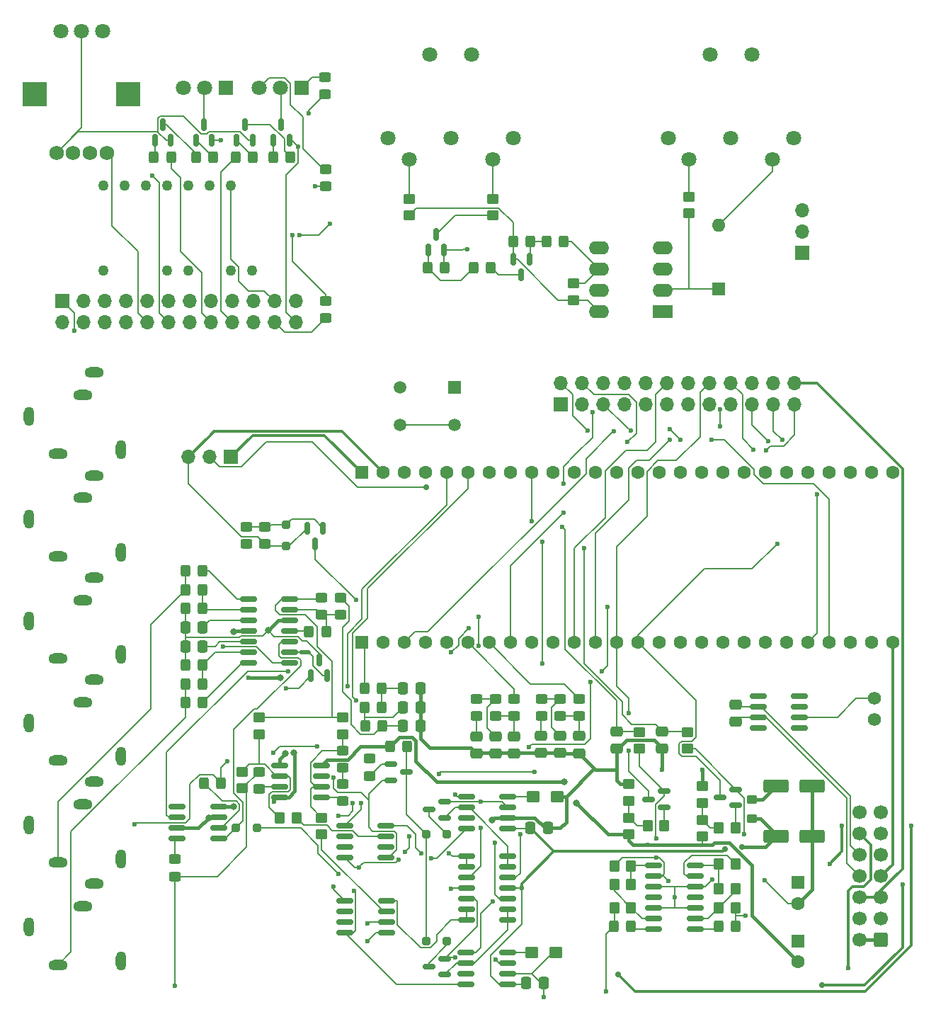
<source format=gtl>
G04 #@! TF.GenerationSoftware,KiCad,Pcbnew,9.0.0*
G04 #@! TF.CreationDate,2025-03-14T23:22:53+09:00*
G04 #@! TF.ProjectId,cv-depot,63762d64-6570-46f7-942e-6b696361645f,rev?*
G04 #@! TF.SameCoordinates,Original*
G04 #@! TF.FileFunction,Copper,L1,Top*
G04 #@! TF.FilePolarity,Positive*
%FSLAX46Y46*%
G04 Gerber Fmt 4.6, Leading zero omitted, Abs format (unit mm)*
G04 Created by KiCad (PCBNEW 9.0.0) date 2025-03-14 23:22:53*
%MOMM*%
%LPD*%
G01*
G04 APERTURE LIST*
G04 Aperture macros list*
%AMRoundRect*
0 Rectangle with rounded corners*
0 $1 Rounding radius*
0 $2 $3 $4 $5 $6 $7 $8 $9 X,Y pos of 4 corners*
0 Add a 4 corners polygon primitive as box body*
4,1,4,$2,$3,$4,$5,$6,$7,$8,$9,$2,$3,0*
0 Add four circle primitives for the rounded corners*
1,1,$1+$1,$2,$3*
1,1,$1+$1,$4,$5*
1,1,$1+$1,$6,$7*
1,1,$1+$1,$8,$9*
0 Add four rect primitives between the rounded corners*
20,1,$1+$1,$2,$3,$4,$5,0*
20,1,$1+$1,$4,$5,$6,$7,0*
20,1,$1+$1,$6,$7,$8,$9,0*
20,1,$1+$1,$8,$9,$2,$3,0*%
G04 Aperture macros list end*
G04 #@! TA.AperFunction,EtchedComponent*
%ADD10C,0.000000*%
G04 #@! TD*
G04 #@! TA.AperFunction,SMDPad,CuDef*
%ADD11RoundRect,0.250000X0.325000X0.450000X-0.325000X0.450000X-0.325000X-0.450000X0.325000X-0.450000X0*%
G04 #@! TD*
G04 #@! TA.AperFunction,SMDPad,CuDef*
%ADD12RoundRect,0.250000X-0.325000X-0.450000X0.325000X-0.450000X0.325000X0.450000X-0.325000X0.450000X0*%
G04 #@! TD*
G04 #@! TA.AperFunction,SMDPad,CuDef*
%ADD13RoundRect,0.250000X-0.450000X0.350000X-0.450000X-0.350000X0.450000X-0.350000X0.450000X0.350000X0*%
G04 #@! TD*
G04 #@! TA.AperFunction,SMDPad,CuDef*
%ADD14RoundRect,0.250000X-0.350000X0.275000X-0.350000X-0.275000X0.350000X-0.275000X0.350000X0.275000X0*%
G04 #@! TD*
G04 #@! TA.AperFunction,SMDPad,CuDef*
%ADD15RoundRect,0.250000X-0.475000X0.337500X-0.475000X-0.337500X0.475000X-0.337500X0.475000X0.337500X0*%
G04 #@! TD*
G04 #@! TA.AperFunction,SMDPad,CuDef*
%ADD16RoundRect,0.250000X0.350000X0.450000X-0.350000X0.450000X-0.350000X-0.450000X0.350000X-0.450000X0*%
G04 #@! TD*
G04 #@! TA.AperFunction,SMDPad,CuDef*
%ADD17RoundRect,0.250000X-0.250000X-0.250000X0.250000X-0.250000X0.250000X0.250000X-0.250000X0.250000X0*%
G04 #@! TD*
G04 #@! TA.AperFunction,ComponentPad*
%ADD18O,1.270000X2.286000*%
G04 #@! TD*
G04 #@! TA.AperFunction,ComponentPad*
%ADD19O,2.286000X1.270000*%
G04 #@! TD*
G04 #@! TA.AperFunction,SMDPad,CuDef*
%ADD20RoundRect,0.250000X-0.450000X0.325000X-0.450000X-0.325000X0.450000X-0.325000X0.450000X0.325000X0*%
G04 #@! TD*
G04 #@! TA.AperFunction,SMDPad,CuDef*
%ADD21RoundRect,0.250000X0.450000X-0.350000X0.450000X0.350000X-0.450000X0.350000X-0.450000X-0.350000X0*%
G04 #@! TD*
G04 #@! TA.AperFunction,SMDPad,CuDef*
%ADD22RoundRect,0.150000X0.825000X0.150000X-0.825000X0.150000X-0.825000X-0.150000X0.825000X-0.150000X0*%
G04 #@! TD*
G04 #@! TA.AperFunction,SMDPad,CuDef*
%ADD23RoundRect,0.250000X0.450000X-0.325000X0.450000X0.325000X-0.450000X0.325000X-0.450000X-0.325000X0*%
G04 #@! TD*
G04 #@! TA.AperFunction,SMDPad,CuDef*
%ADD24RoundRect,0.250000X0.337500X0.475000X-0.337500X0.475000X-0.337500X-0.475000X0.337500X-0.475000X0*%
G04 #@! TD*
G04 #@! TA.AperFunction,ComponentPad*
%ADD25R,1.700000X1.700000*%
G04 #@! TD*
G04 #@! TA.AperFunction,ComponentPad*
%ADD26O,1.700000X1.700000*%
G04 #@! TD*
G04 #@! TA.AperFunction,SMDPad,CuDef*
%ADD27RoundRect,0.150000X0.587500X0.150000X-0.587500X0.150000X-0.587500X-0.150000X0.587500X-0.150000X0*%
G04 #@! TD*
G04 #@! TA.AperFunction,ComponentPad*
%ADD28R,1.600000X1.600000*%
G04 #@! TD*
G04 #@! TA.AperFunction,ComponentPad*
%ADD29C,1.600000*%
G04 #@! TD*
G04 #@! TA.AperFunction,SMDPad,CuDef*
%ADD30RoundRect,0.250000X0.475000X-0.337500X0.475000X0.337500X-0.475000X0.337500X-0.475000X-0.337500X0*%
G04 #@! TD*
G04 #@! TA.AperFunction,SMDPad,CuDef*
%ADD31RoundRect,0.250000X-0.537500X-0.425000X0.537500X-0.425000X0.537500X0.425000X-0.537500X0.425000X0*%
G04 #@! TD*
G04 #@! TA.AperFunction,ComponentPad*
%ADD32RoundRect,0.250000X0.600000X0.600000X-0.600000X0.600000X-0.600000X-0.600000X0.600000X-0.600000X0*%
G04 #@! TD*
G04 #@! TA.AperFunction,ComponentPad*
%ADD33C,1.700000*%
G04 #@! TD*
G04 #@! TA.AperFunction,SMDPad,CuDef*
%ADD34C,0.500000*%
G04 #@! TD*
G04 #@! TA.AperFunction,SMDPad,CuDef*
%ADD35RoundRect,0.150000X0.150000X-0.587500X0.150000X0.587500X-0.150000X0.587500X-0.150000X-0.587500X0*%
G04 #@! TD*
G04 #@! TA.AperFunction,SMDPad,CuDef*
%ADD36RoundRect,0.150000X-0.150000X0.587500X-0.150000X-0.587500X0.150000X-0.587500X0.150000X0.587500X0*%
G04 #@! TD*
G04 #@! TA.AperFunction,ComponentPad*
%ADD37R,1.498600X1.498600*%
G04 #@! TD*
G04 #@! TA.AperFunction,ComponentPad*
%ADD38C,1.498600*%
G04 #@! TD*
G04 #@! TA.AperFunction,SMDPad,CuDef*
%ADD39RoundRect,0.250000X-0.350000X-0.450000X0.350000X-0.450000X0.350000X0.450000X-0.350000X0.450000X0*%
G04 #@! TD*
G04 #@! TA.AperFunction,SMDPad,CuDef*
%ADD40RoundRect,0.150000X-0.587500X-0.150000X0.587500X-0.150000X0.587500X0.150000X-0.587500X0.150000X0*%
G04 #@! TD*
G04 #@! TA.AperFunction,SMDPad,CuDef*
%ADD41RoundRect,0.250000X-0.250000X0.250000X-0.250000X-0.250000X0.250000X-0.250000X0.250000X0.250000X0*%
G04 #@! TD*
G04 #@! TA.AperFunction,ComponentPad*
%ADD42C,1.574800*%
G04 #@! TD*
G04 #@! TA.AperFunction,SMDPad,CuDef*
%ADD43RoundRect,0.250000X0.250000X0.250000X-0.250000X0.250000X-0.250000X-0.250000X0.250000X-0.250000X0*%
G04 #@! TD*
G04 #@! TA.AperFunction,ComponentPad*
%ADD44R,1.800000X1.800000*%
G04 #@! TD*
G04 #@! TA.AperFunction,ComponentPad*
%ADD45C,1.800000*%
G04 #@! TD*
G04 #@! TA.AperFunction,ComponentPad*
%ADD46C,1.803400*%
G04 #@! TD*
G04 #@! TA.AperFunction,SMDPad,CuDef*
%ADD47RoundRect,0.150000X-0.825000X-0.150000X0.825000X-0.150000X0.825000X0.150000X-0.825000X0.150000X0*%
G04 #@! TD*
G04 #@! TA.AperFunction,ComponentPad*
%ADD48C,1.270000*%
G04 #@! TD*
G04 #@! TA.AperFunction,ComponentPad*
%ADD49R,2.400000X1.600000*%
G04 #@! TD*
G04 #@! TA.AperFunction,ComponentPad*
%ADD50O,2.400000X1.600000*%
G04 #@! TD*
G04 #@! TA.AperFunction,SMDPad,CuDef*
%ADD51RoundRect,0.250000X-1.250000X-0.550000X1.250000X-0.550000X1.250000X0.550000X-1.250000X0.550000X0*%
G04 #@! TD*
G04 #@! TA.AperFunction,ComponentPad*
%ADD52R,3.000000X3.000000*%
G04 #@! TD*
G04 #@! TA.AperFunction,ComponentPad*
%ADD53C,1.750000*%
G04 #@! TD*
G04 #@! TA.AperFunction,ComponentPad*
%ADD54O,1.600000X1.600000*%
G04 #@! TD*
G04 #@! TA.AperFunction,ViaPad*
%ADD55C,0.600000*%
G04 #@! TD*
G04 #@! TA.AperFunction,ViaPad*
%ADD56C,0.800000*%
G04 #@! TD*
G04 #@! TA.AperFunction,ViaPad*
%ADD57C,0.700000*%
G04 #@! TD*
G04 #@! TA.AperFunction,Conductor*
%ADD58C,0.200000*%
G04 #@! TD*
G04 #@! TA.AperFunction,Conductor*
%ADD59C,0.400000*%
G04 #@! TD*
G04 #@! TA.AperFunction,Conductor*
%ADD60C,0.300000*%
G04 #@! TD*
G04 APERTURE END LIST*
D10*
G04 #@! TA.AperFunction,EtchedComponent*
G36*
X93500000Y-111250000D02*
G01*
X92500000Y-111250000D01*
X92500000Y-110750000D01*
X93500000Y-110750000D01*
X93500000Y-111250000D01*
G37*
G04 #@! TD.AperFunction*
D11*
X80750000Y-103500000D03*
X78700000Y-103500000D03*
D12*
X84750000Y-51750000D03*
X86800000Y-51750000D03*
D13*
X140500000Y-127000000D03*
X140500000Y-129000000D03*
D14*
X146500000Y-128600000D03*
X146500000Y-130900000D03*
D15*
X130250000Y-120425000D03*
X130250000Y-122500000D03*
D13*
X97500000Y-118750000D03*
X97500000Y-120750000D03*
D16*
X136000000Y-131750000D03*
X134000000Y-131750000D03*
D17*
X107500000Y-145500000D03*
X110000000Y-145500000D03*
D18*
X60050001Y-107250000D03*
D19*
X67843002Y-102049800D03*
X66443002Y-104744800D03*
D18*
X71043002Y-111250200D03*
D19*
X63450002Y-111755200D03*
D11*
X80750000Y-101250000D03*
X78700000Y-101250000D03*
D20*
X97500000Y-122725000D03*
X97500000Y-124775000D03*
D21*
X115450000Y-58750000D03*
X115450000Y-56750000D03*
D22*
X102700000Y-135500000D03*
X102700000Y-134230000D03*
X102700000Y-132960000D03*
X102700000Y-131690000D03*
X97750000Y-131690000D03*
X97750000Y-132960000D03*
X97750000Y-134230000D03*
X97750000Y-135500000D03*
D23*
X88250000Y-98025000D03*
X88250000Y-95975000D03*
X115779420Y-118612500D03*
X115779420Y-116562500D03*
D24*
X106825000Y-117550000D03*
X104750000Y-117550000D03*
D22*
X139650000Y-144090000D03*
X139650000Y-142820000D03*
X139650000Y-141550000D03*
X139650000Y-140280000D03*
X139650000Y-139010000D03*
X139650000Y-137740000D03*
X139650000Y-136470000D03*
X134700000Y-136470000D03*
X134700000Y-137740000D03*
X134700000Y-139010000D03*
X134700000Y-140280000D03*
X134700000Y-141550000D03*
X134700000Y-142820000D03*
X134700000Y-144090000D03*
D13*
X138750000Y-120500000D03*
X138750000Y-122500000D03*
D25*
X84150000Y-87630502D03*
D26*
X81610000Y-87630502D03*
X79070000Y-87630502D03*
D11*
X102212500Y-117550000D03*
X100162500Y-117550000D03*
D22*
X117250000Y-143000000D03*
X117250000Y-141730000D03*
X117250000Y-140460000D03*
X117250000Y-139190000D03*
X117250000Y-137920000D03*
X117250000Y-136650000D03*
X117250000Y-135380000D03*
X112300000Y-135380000D03*
X112300000Y-136650000D03*
X112300000Y-137920000D03*
X112300000Y-139190000D03*
X112300000Y-140460000D03*
X112300000Y-141730000D03*
X112300000Y-143000000D03*
X117250000Y-132060000D03*
X117250000Y-130790000D03*
X117250000Y-129520000D03*
X117250000Y-128250000D03*
X112300000Y-128250000D03*
X112300000Y-129520000D03*
X112300000Y-130790000D03*
X112300000Y-132060000D03*
D27*
X109750000Y-149500000D03*
X109750000Y-147600000D03*
X107875000Y-148550000D03*
D28*
X152000000Y-145500000D03*
D29*
X152000000Y-148000000D03*
D30*
X118029420Y-123075000D03*
X118029420Y-121000000D03*
D31*
X120312500Y-128250000D03*
X123187500Y-128250000D03*
D23*
X123529420Y-118587500D03*
X123529420Y-116537500D03*
D16*
X132000000Y-138750000D03*
X130000000Y-138750000D03*
D21*
X138950000Y-58500000D03*
X138950000Y-56500000D03*
D11*
X95550000Y-108500000D03*
X93500000Y-108500000D03*
D32*
X161900000Y-145380000D03*
D33*
X159360000Y-145380000D03*
X161900000Y-142840000D03*
X159360000Y-142840000D03*
X161900000Y-140300000D03*
X159360000Y-140300000D03*
X161900000Y-137760000D03*
X159360000Y-137760000D03*
X161900000Y-135220000D03*
X159360000Y-135220000D03*
X161900000Y-132680000D03*
X159360000Y-132680000D03*
X161900000Y-130140000D03*
X159360000Y-130140000D03*
D17*
X107500000Y-132750000D03*
X110000000Y-132750000D03*
D30*
X125779420Y-123050000D03*
X125779420Y-120975000D03*
D34*
X93500000Y-111000000D03*
X92500000Y-111000000D03*
D20*
X118029420Y-116562500D03*
X118029420Y-118612500D03*
D12*
X89250000Y-51750000D03*
X91300000Y-51750000D03*
D13*
X140500000Y-131000000D03*
X140500000Y-133000000D03*
D18*
X60050001Y-82750000D03*
D19*
X67843002Y-77549800D03*
X66443002Y-80244800D03*
D18*
X71043002Y-86750200D03*
D19*
X63450002Y-87255200D03*
D30*
X115779420Y-123075000D03*
X115779420Y-121000000D03*
D18*
X60050001Y-95050000D03*
D19*
X67843002Y-89849800D03*
X66443002Y-92544800D03*
D18*
X71043002Y-99050200D03*
D19*
X63450002Y-99555200D03*
D11*
X82025000Y-51750000D03*
X79975000Y-51750000D03*
D27*
X136000000Y-129500000D03*
X136000000Y-127600000D03*
X134125000Y-128550000D03*
D16*
X144500000Y-136250000D03*
X142500000Y-136250000D03*
D11*
X119950000Y-61875000D03*
X117900000Y-61875000D03*
D35*
X107750000Y-62875000D03*
X109650000Y-62875000D03*
X108700000Y-61000000D03*
D18*
X60050001Y-143850000D03*
D19*
X67843002Y-138649800D03*
X66443002Y-141344800D03*
D18*
X71043002Y-147850200D03*
D19*
X63450002Y-148355200D03*
D20*
X125779420Y-116537500D03*
X125779420Y-118587500D03*
D30*
X113529420Y-123075000D03*
X113529420Y-121000000D03*
D16*
X144500000Y-132000000D03*
X142500000Y-132000000D03*
D13*
X105450000Y-56750000D03*
X105450000Y-58750000D03*
D30*
X123503495Y-123012500D03*
X123503495Y-120937500D03*
D16*
X92000000Y-130750000D03*
X90000000Y-130750000D03*
D36*
X119850000Y-64000000D03*
X117950000Y-64000000D03*
X118900000Y-65875000D03*
D23*
X95000000Y-106500000D03*
X95000000Y-104450000D03*
D13*
X85500000Y-125250000D03*
X85500000Y-127250000D03*
D30*
X121253495Y-123012500D03*
X121253495Y-120937500D03*
D16*
X132000000Y-141500000D03*
X130000000Y-141500000D03*
D37*
X110900000Y-79299999D03*
D38*
X104399999Y-79299999D03*
X110900000Y-83800000D03*
X104399999Y-83800000D03*
D22*
X91200000Y-112250000D03*
X91200000Y-110980000D03*
X91200000Y-109710000D03*
X91200000Y-108440000D03*
X91200000Y-107170000D03*
X91200000Y-105900000D03*
X91200000Y-104630000D03*
X86250000Y-104630000D03*
X86250000Y-105900000D03*
X86250000Y-107170000D03*
X86250000Y-108440000D03*
X86250000Y-109710000D03*
X86250000Y-110980000D03*
X86250000Y-112250000D03*
D20*
X97250000Y-104450000D03*
X97250000Y-106500000D03*
D39*
X130000000Y-136500000D03*
X132000000Y-136500000D03*
D11*
X132000000Y-143750000D03*
X129950000Y-143750000D03*
D18*
X60050001Y-131650000D03*
D19*
X67843002Y-126449800D03*
X66443002Y-129144800D03*
D18*
X71043002Y-135650200D03*
D19*
X63450002Y-136155200D03*
D20*
X121279420Y-116562500D03*
X121279420Y-118612500D03*
D40*
X103250000Y-124350000D03*
X103250000Y-126250000D03*
X105125000Y-125300000D03*
D25*
X152450000Y-63250000D03*
D26*
X152450000Y-60710000D03*
X152450000Y-58170000D03*
D41*
X90750000Y-95750000D03*
X90750000Y-98250000D03*
D39*
X142500000Y-139250000D03*
X144500000Y-139250000D03*
D42*
X161150000Y-119050000D03*
X161150000Y-116510000D03*
D43*
X87250000Y-132000000D03*
X84750000Y-132000000D03*
D44*
X92590000Y-43500000D03*
D45*
X90050000Y-43500000D03*
X87510000Y-43500000D03*
D20*
X77500000Y-135725000D03*
X77500000Y-137775000D03*
D12*
X78700000Y-112500000D03*
X80750000Y-112500000D03*
D22*
X94950000Y-128310000D03*
X94950000Y-127040000D03*
X94950000Y-125770000D03*
X94950000Y-124500000D03*
X90000000Y-124500000D03*
X90000000Y-125770000D03*
X90000000Y-127040000D03*
X90000000Y-128310000D03*
D35*
X93750000Y-113750000D03*
X95650000Y-113750000D03*
X94700000Y-111875000D03*
D46*
X136450000Y-49500000D03*
X143950000Y-49500000D03*
X151450000Y-49500000D03*
X138950000Y-52000000D03*
X148950000Y-52000000D03*
X141450000Y-39500000D03*
X146450000Y-39500000D03*
D22*
X102750000Y-144500000D03*
X102750000Y-143230000D03*
X102750000Y-141960000D03*
X102750000Y-140690000D03*
X97800000Y-140690000D03*
X97800000Y-141960000D03*
X97800000Y-143230000D03*
X97800000Y-144500000D03*
D28*
X99790000Y-109800000D03*
D29*
X102330000Y-109800000D03*
X104870000Y-109800000D03*
X107410000Y-109800000D03*
X109950000Y-109800000D03*
X112490000Y-109800000D03*
X115030000Y-109800000D03*
X117570000Y-109800000D03*
X120110000Y-109800000D03*
X122650000Y-109800000D03*
X125190000Y-109800000D03*
X127730000Y-109800000D03*
X130270000Y-109800000D03*
X132810000Y-109800000D03*
X135350000Y-109800000D03*
X137890000Y-109800000D03*
X140430000Y-109800000D03*
X142970000Y-109800000D03*
X145510000Y-109800000D03*
X148050000Y-109800000D03*
X150590000Y-109800000D03*
X153130000Y-109800000D03*
X155670000Y-109800000D03*
X158210000Y-109800000D03*
X160750000Y-109800000D03*
X163290000Y-109800000D03*
D28*
X99790000Y-89480000D03*
D29*
X102330000Y-89480000D03*
X104870000Y-89480000D03*
X107410000Y-89480000D03*
X109950000Y-89480000D03*
X112490000Y-89480000D03*
X115030000Y-89480000D03*
X117570000Y-89480000D03*
X120110000Y-89480000D03*
X122650000Y-89480000D03*
X125190000Y-89480000D03*
X127730000Y-89480000D03*
X130270000Y-89480000D03*
X132810000Y-89480000D03*
X135350000Y-89480000D03*
X137890000Y-89480000D03*
X140430000Y-89480000D03*
X142970000Y-89480000D03*
X145510000Y-89480000D03*
X148050000Y-89480000D03*
X150590000Y-89480000D03*
X153130000Y-89480000D03*
X155670000Y-89480000D03*
X158210000Y-89480000D03*
X160750000Y-89480000D03*
X163290000Y-89480000D03*
D23*
X87500000Y-127300000D03*
X87500000Y-125250000D03*
D11*
X80750000Y-117000000D03*
X78700000Y-117000000D03*
D15*
X144500000Y-117225000D03*
X144500000Y-119300000D03*
D23*
X97500000Y-128775000D03*
X97500000Y-126725000D03*
D24*
X122037500Y-132000000D03*
X119962500Y-132000000D03*
X106831861Y-119800000D03*
X104756861Y-119800000D03*
D12*
X100162500Y-115300000D03*
X102212500Y-115300000D03*
D15*
X135750000Y-120425000D03*
X135750000Y-122500000D03*
D25*
X123620000Y-81300000D03*
D26*
X123620000Y-78760000D03*
X126160000Y-81300000D03*
X126160000Y-78760000D03*
X128700000Y-81300000D03*
X128700000Y-78760000D03*
X131240000Y-81300000D03*
X131240000Y-78760000D03*
X133780000Y-81300000D03*
X133780000Y-78760000D03*
X136320000Y-81300000D03*
X136320000Y-78760000D03*
X138860000Y-81300000D03*
X138860000Y-78760000D03*
X141400000Y-81300000D03*
X141400000Y-78760000D03*
X143940000Y-81300000D03*
X143940000Y-78760000D03*
X146480000Y-81300000D03*
X146480000Y-78760000D03*
X149020000Y-81300000D03*
X149020000Y-78760000D03*
X151560000Y-81300000D03*
X151560000Y-78760000D03*
D36*
X95150000Y-96125000D03*
X93250000Y-96125000D03*
X94200000Y-98000000D03*
D35*
X75050000Y-49750000D03*
X76950000Y-49750000D03*
X76000000Y-47875000D03*
D20*
X95500000Y-53225000D03*
X95500000Y-55275000D03*
D27*
X109750000Y-130750000D03*
X109750000Y-128850000D03*
X107875000Y-129800000D03*
D47*
X147200000Y-116240000D03*
X147200000Y-117510000D03*
X147200000Y-118780000D03*
X147200000Y-120050000D03*
X152150000Y-120050000D03*
X152150000Y-118780000D03*
X152150000Y-117510000D03*
X152150000Y-116240000D03*
D13*
X131750000Y-126750000D03*
X131750000Y-128750000D03*
D44*
X83590000Y-43500000D03*
D45*
X81050000Y-43500000D03*
X78510000Y-43500000D03*
D48*
X84160000Y-55170000D03*
X81620000Y-55170000D03*
X79080000Y-55170000D03*
X76540000Y-55170000D03*
X74000000Y-55170000D03*
X71460000Y-55170000D03*
X68920000Y-55170000D03*
X68920000Y-65330000D03*
X76540000Y-65330000D03*
X79080000Y-65330000D03*
X84160000Y-65330000D03*
X86700000Y-65330000D03*
D49*
X135820000Y-70250000D03*
D50*
X135820000Y-67710000D03*
X135820000Y-65170000D03*
X135820000Y-62630000D03*
X128200000Y-62630000D03*
X128200000Y-65170000D03*
X128200000Y-67710000D03*
X128200000Y-70250000D03*
D51*
X149300000Y-127000000D03*
X153700000Y-127000000D03*
D23*
X100750000Y-125750000D03*
X100750000Y-123700000D03*
D39*
X142500000Y-141500000D03*
X144500000Y-141500000D03*
D12*
X142475000Y-143750000D03*
X144525000Y-143750000D03*
X78736598Y-105750000D03*
X80786598Y-105750000D03*
D11*
X115250000Y-65000000D03*
X113200000Y-65000000D03*
D23*
X86000000Y-98025000D03*
X86000000Y-95975000D03*
D18*
X60050001Y-119450000D03*
D19*
X67843002Y-114249800D03*
X66443002Y-116944800D03*
D18*
X71043002Y-123450200D03*
D19*
X63450002Y-123955200D03*
D23*
X95450000Y-44275000D03*
X95450000Y-42225000D03*
D24*
X80784474Y-110250000D03*
X78709474Y-110250000D03*
D21*
X87500000Y-120750000D03*
X87500000Y-118750000D03*
D22*
X82700000Y-133250000D03*
X82700000Y-131980000D03*
X82700000Y-130710000D03*
X82700000Y-129440000D03*
X77750000Y-129440000D03*
X77750000Y-130710000D03*
X77750000Y-131980000D03*
X77750000Y-133250000D03*
X117225000Y-150655000D03*
X117225000Y-149385000D03*
X117225000Y-148115000D03*
X117225000Y-146845000D03*
X112275000Y-146845000D03*
X112275000Y-148115000D03*
X112275000Y-149385000D03*
X112275000Y-150655000D03*
D24*
X121537500Y-150500000D03*
X119462500Y-150500000D03*
D11*
X80741315Y-114750000D03*
X78691315Y-114750000D03*
D35*
X89250000Y-49750000D03*
X91150000Y-49750000D03*
X90200000Y-47875000D03*
D12*
X121900000Y-61875000D03*
X123950000Y-61875000D03*
D28*
X152000000Y-138500000D03*
D29*
X152000000Y-141000000D03*
D46*
X102950000Y-49500000D03*
X110450000Y-49500000D03*
X117950000Y-49500000D03*
X105450000Y-52000000D03*
X115450000Y-52000000D03*
X107950000Y-39500000D03*
X112950000Y-39500000D03*
D35*
X80000000Y-49750000D03*
X81900000Y-49750000D03*
X80950000Y-47875000D03*
D13*
X125150000Y-66875000D03*
X125150000Y-68875000D03*
D11*
X77000000Y-51750000D03*
X74950000Y-51750000D03*
D31*
X120136809Y-146838981D03*
X123011809Y-146838981D03*
D35*
X84850000Y-49750000D03*
X86750000Y-49750000D03*
X85800000Y-47875000D03*
D21*
X95000000Y-132750000D03*
X95000000Y-130750000D03*
D12*
X100225000Y-119803659D03*
X102275000Y-119803659D03*
D52*
X71888000Y-44250000D03*
X60712000Y-44250000D03*
D53*
X63300000Y-51250000D03*
X65300000Y-51250000D03*
X67300000Y-51250000D03*
X69299744Y-51269700D03*
D46*
X68800000Y-36750000D03*
X63800000Y-36750000D03*
X66300000Y-36750000D03*
D24*
X106835773Y-115304300D03*
X104760773Y-115304300D03*
D13*
X131750000Y-130750000D03*
X131750000Y-132750000D03*
D12*
X103200000Y-122250000D03*
X105250000Y-122250000D03*
D27*
X144500000Y-129250000D03*
X144500000Y-127350000D03*
X142625000Y-128300000D03*
D24*
X80784474Y-108000000D03*
X78709474Y-108000000D03*
D20*
X113529420Y-116562500D03*
X113529420Y-118612500D03*
D51*
X149300000Y-133000000D03*
X153700000Y-133000000D03*
D23*
X95500000Y-71000000D03*
X95500000Y-68950000D03*
D12*
X107700000Y-65000000D03*
X109750000Y-65000000D03*
D11*
X83000000Y-126595000D03*
X80950000Y-126595000D03*
D13*
X133000000Y-120500000D03*
X133000000Y-122500000D03*
D28*
X142450000Y-67560000D03*
D54*
X142450000Y-59940000D03*
D25*
X64010000Y-69000000D03*
D26*
X64010000Y-71540000D03*
X66550000Y-69000000D03*
X66550000Y-71540000D03*
X69090000Y-69000000D03*
X69090000Y-71540000D03*
X71630000Y-69000000D03*
X71630000Y-71540000D03*
X74170000Y-69000000D03*
X74170000Y-71540000D03*
X76710000Y-69000000D03*
X76710000Y-71540000D03*
X79250000Y-69000000D03*
X79250000Y-71540000D03*
X81790000Y-69000000D03*
X81790000Y-71540000D03*
X84330000Y-69000000D03*
X84330000Y-71540000D03*
X86870000Y-69000000D03*
X86870000Y-71540000D03*
X89410000Y-69000000D03*
X89410000Y-71540000D03*
X91950000Y-69000000D03*
X91950000Y-71540000D03*
D55*
X126400000Y-98550000D03*
X123778580Y-95971420D03*
X140250000Y-140300000D03*
D56*
X84500000Y-129462500D03*
D55*
X91500000Y-108440000D03*
X89325000Y-128825000D03*
D56*
X91722519Y-123027481D03*
D55*
X113529420Y-121000000D03*
X115750000Y-133750000D03*
X121253495Y-120937500D03*
X118750000Y-132750000D03*
X86250000Y-114000000D03*
D56*
X90050000Y-114025603D03*
X125500000Y-129000000D03*
D55*
X134000000Y-134000000D03*
X94950000Y-124500000D03*
D56*
X84500000Y-108500000D03*
X124000000Y-126500000D03*
D55*
X134075000Y-140300000D03*
X102700000Y-135500000D03*
X118940000Y-139190000D03*
X90750000Y-115250000D03*
X96449155Y-125949264D03*
D57*
X143250000Y-134500000D03*
D55*
X100500000Y-145500000D03*
D57*
X145268414Y-134231586D03*
D55*
X86250000Y-109710000D03*
X86250000Y-107170000D03*
X157210000Y-131750000D03*
X155750000Y-136250000D03*
X145725000Y-142475000D03*
X83750000Y-124000000D03*
X89250000Y-123000000D03*
D57*
X130450000Y-149450000D03*
D55*
X72650000Y-131500000D03*
X97500000Y-124775000D03*
X94510387Y-122239613D03*
X165500000Y-131750000D03*
X129000000Y-151550000D03*
X158000000Y-148750000D03*
D57*
X154874694Y-150774694D03*
D55*
X77500000Y-150850000D03*
X164500000Y-138750000D03*
D56*
X115400000Y-131000000D03*
D55*
X140500000Y-125000000D03*
X135750000Y-125000000D03*
X148000000Y-138250000D03*
X102700000Y-134230000D03*
D56*
X88620000Y-108380000D03*
D55*
X110500000Y-139250000D03*
D56*
X81500000Y-130750000D03*
D55*
X137250000Y-140250000D03*
X94950000Y-125770000D03*
X141717123Y-138187222D03*
D57*
X153700000Y-127000000D03*
D55*
X100500000Y-143425000D03*
D56*
X90656833Y-123093167D03*
D55*
X121535377Y-152200000D03*
D57*
X149300000Y-127000000D03*
D55*
X77750000Y-129440000D03*
X141650000Y-85550000D03*
X137900000Y-85550000D03*
X136650000Y-84300000D03*
X154230000Y-92050000D03*
X150099265Y-85600735D03*
X152150000Y-117510000D03*
X99100000Y-104740256D03*
D57*
X107479511Y-91200000D03*
D55*
X148400000Y-85700000D03*
X148150000Y-86800000D03*
X131949265Y-84500735D03*
X149500000Y-98000000D03*
X146650000Y-86750000D03*
X131750000Y-118250000D03*
X131750000Y-122750000D03*
X92150000Y-50500000D03*
X83000000Y-49750000D03*
X94250000Y-55250000D03*
X144500000Y-136250000D03*
X139650000Y-137740000D03*
X145534770Y-132766983D03*
X110995972Y-147495795D03*
X115850000Y-147750000D03*
X91481667Y-61086230D03*
X142650000Y-83950000D03*
X142650000Y-81950000D03*
X136650000Y-85550000D03*
X93500000Y-46500000D03*
X92382428Y-61075000D03*
X96000000Y-59750000D03*
X123900000Y-90800000D03*
X127400000Y-82300000D03*
X123900000Y-94300000D03*
X120500000Y-125250000D03*
X105000000Y-134875000D03*
X105500000Y-133000000D03*
X97050000Y-137454080D03*
X109000000Y-125500000D03*
X131600735Y-85849265D03*
X147200000Y-120050000D03*
X98090000Y-115000000D03*
X99700000Y-129000000D03*
X99100000Y-116750000D03*
X96450000Y-139000000D03*
X97000000Y-130500000D03*
X98750000Y-129000000D03*
X147200000Y-116240000D03*
X121400000Y-97800000D03*
X121400000Y-112300000D03*
X120113553Y-95263553D03*
X104250000Y-135750000D03*
X112300000Y-132060000D03*
X98875000Y-139500000D03*
X99450735Y-136700735D03*
X108100000Y-135600000D03*
X126800000Y-84450001D03*
X129954265Y-84550000D03*
X114000000Y-128850000D03*
X114000000Y-132000000D03*
X112634365Y-108100000D03*
X110500000Y-111000000D03*
X90983511Y-113233511D03*
X136500000Y-138325000D03*
X135000000Y-135500000D03*
X135000000Y-133250000D03*
X86000000Y-98025000D03*
X83250000Y-110310000D03*
X134700000Y-136470000D03*
X139650000Y-136470000D03*
X100750000Y-123700000D03*
X74750000Y-54000000D03*
X65450000Y-72500000D03*
X91200000Y-105900000D03*
X112450000Y-62750000D03*
X110250000Y-135000000D03*
X106900000Y-135000000D03*
X91200000Y-104630000D03*
X129150000Y-105550000D03*
X115500000Y-140750000D03*
X127200735Y-114549265D03*
X119786027Y-122312500D03*
X128500000Y-113250000D03*
X113750000Y-106750000D03*
X113769265Y-110230735D03*
X111000000Y-128000000D03*
D58*
X138675000Y-120425000D02*
X138750000Y-120500000D01*
X134925000Y-119600000D02*
X135750000Y-120425000D01*
X126400000Y-112334314D02*
X130959744Y-116894058D01*
X126400000Y-98550000D02*
X126400000Y-112334314D01*
X130959744Y-118459744D02*
X132100000Y-119600000D01*
X135750000Y-120425000D02*
X138675000Y-120425000D01*
X130959744Y-116894058D02*
X130959744Y-118459744D01*
X132100000Y-119600000D02*
X134925000Y-119600000D01*
X124090000Y-96282840D02*
X123778580Y-95971420D01*
X124090000Y-110590000D02*
X130250000Y-116750000D01*
X130250000Y-120425000D02*
X132925000Y-120425000D01*
X124090000Y-109344365D02*
X124090000Y-110590000D01*
X124090000Y-109344365D02*
X124090000Y-96282840D01*
X132925000Y-120425000D02*
X133000000Y-120500000D01*
X130250000Y-116750000D02*
X130250000Y-120425000D01*
D59*
X91775000Y-123079962D02*
X91775000Y-127587658D01*
D58*
X91200000Y-108440000D02*
X91500000Y-108440000D01*
D59*
X91052658Y-128310000D02*
X90000000Y-128310000D01*
X91722519Y-123027481D02*
X91775000Y-123079962D01*
D58*
X140230000Y-140280000D02*
X140250000Y-140300000D01*
X91500000Y-108440000D02*
X93440000Y-108440000D01*
X139670000Y-140300000D02*
X139650000Y-140280000D01*
X90000000Y-128310000D02*
X89840000Y-128310000D01*
D59*
X84477500Y-129440000D02*
X84500000Y-129462500D01*
X82700000Y-129440000D02*
X84477500Y-129440000D01*
D58*
X93440000Y-108440000D02*
X93500000Y-108500000D01*
X139650000Y-140280000D02*
X140230000Y-140280000D01*
D59*
X91775000Y-127587658D02*
X91052658Y-128310000D01*
D58*
X89840000Y-128310000D02*
X89325000Y-128825000D01*
X102212500Y-115300000D02*
X102212500Y-117550000D01*
X104756473Y-115300000D02*
X104760773Y-115304300D01*
X102212500Y-115300000D02*
X104756473Y-115300000D01*
X116275001Y-140460000D02*
X115750000Y-139934999D01*
X113529420Y-121000000D02*
X113529420Y-118612500D01*
X115750000Y-139934999D02*
X115750000Y-133750000D01*
X117250000Y-140460000D02*
X116275001Y-140460000D01*
X113550026Y-120979394D02*
X113529420Y-121000000D01*
X104750000Y-117550000D02*
X103550000Y-118750000D01*
X100162500Y-119741159D02*
X100225000Y-119803659D01*
X100162500Y-118750000D02*
X100162500Y-119741159D01*
X103550000Y-118750000D02*
X100162500Y-118750000D01*
X100162500Y-117550000D02*
X100162500Y-118750000D01*
X101275000Y-120803659D02*
X99665256Y-120803659D01*
X102275000Y-119803659D02*
X101275000Y-120803659D01*
X98275000Y-105475000D02*
X97250000Y-104450000D01*
X97490000Y-115705686D02*
X97490000Y-108010000D01*
X98500000Y-116715686D02*
X97490000Y-115705686D01*
X99665256Y-120803659D02*
X98500000Y-119638403D01*
X97490000Y-108010000D02*
X98275000Y-107225000D01*
X102275000Y-119803659D02*
X104753202Y-119803659D01*
X98275000Y-107225000D02*
X98275000Y-105475000D01*
X98500000Y-119638403D02*
X98500000Y-116715686D01*
X104753202Y-119803659D02*
X104756861Y-119800000D01*
X122529420Y-119963425D02*
X122529420Y-117537500D01*
X123503495Y-120937500D02*
X122529420Y-119963425D01*
X121279420Y-116562500D02*
X121304420Y-116537500D01*
X121304420Y-116537500D02*
X123529420Y-116537500D01*
X122529420Y-117537500D02*
X123529420Y-116537500D01*
X117250000Y-128250000D02*
X120312500Y-128250000D01*
X120940995Y-121250000D02*
X121253495Y-120937500D01*
X118750000Y-137394999D02*
X118750000Y-132750000D01*
X117250000Y-137920000D02*
X118224999Y-137920000D01*
X121253495Y-120937500D02*
X121253495Y-118638425D01*
X121253495Y-118638425D02*
X121279420Y-118612500D01*
X118224999Y-137920000D02*
X118750000Y-137394999D01*
X121279420Y-118612500D02*
X121279420Y-118252756D01*
D59*
X124000000Y-126500000D02*
X108750000Y-126500000D01*
X99676166Y-122250000D02*
X98126166Y-123800000D01*
X84560000Y-108440000D02*
X84500000Y-108500000D01*
X140500000Y-134000000D02*
X134000000Y-134000000D01*
X142000000Y-133750000D02*
X141750000Y-134000000D01*
X90050000Y-114025603D02*
X90024397Y-114000000D01*
X141750000Y-134000000D02*
X140500000Y-134000000D01*
X106225000Y-121523834D02*
X105851166Y-121150000D01*
X143726166Y-133750000D02*
X142000000Y-133750000D01*
X103200000Y-122250000D02*
X99676166Y-122250000D01*
D58*
X134095000Y-140280000D02*
X134075000Y-140300000D01*
D59*
X132250000Y-134000000D02*
X131750000Y-133500000D01*
D58*
X134700000Y-140280000D02*
X134095000Y-140280000D01*
X140500000Y-133000000D02*
X140500000Y-134000000D01*
D59*
X131750000Y-132750000D02*
X129250000Y-132750000D01*
X86250000Y-108440000D02*
X84560000Y-108440000D01*
X104300000Y-121150000D02*
X103200000Y-122250000D01*
X129250000Y-132750000D02*
X125500000Y-129000000D01*
X146425000Y-142425000D02*
X146425000Y-136448834D01*
X90024397Y-114000000D02*
X86250000Y-114000000D01*
X95650000Y-123800000D02*
X94950000Y-124500000D01*
X106225000Y-123975000D02*
X106225000Y-121523834D01*
X108750000Y-126500000D02*
X106225000Y-123975000D01*
D58*
X134683343Y-140263343D02*
X134700000Y-140280000D01*
D59*
X131750000Y-133500000D02*
X131750000Y-132750000D01*
X152000000Y-148000000D02*
X146425000Y-142425000D01*
X134000000Y-134000000D02*
X132250000Y-134000000D01*
X98126166Y-123800000D02*
X95650000Y-123800000D01*
X146425000Y-136448834D02*
X143726166Y-133750000D01*
X105851166Y-121150000D02*
X104300000Y-121150000D01*
X159360000Y-145380000D02*
X161900000Y-145380000D01*
D58*
X117225000Y-150655000D02*
X119307500Y-150655000D01*
D60*
X143250000Y-134500000D02*
X142950000Y-134800000D01*
D58*
X118940000Y-139190000D02*
X117250000Y-139190000D01*
D59*
X147450000Y-130900000D02*
X149300000Y-132750000D01*
D58*
X96449155Y-125949264D02*
X96449155Y-127233899D01*
X102700000Y-135500000D02*
X103045552Y-135500000D01*
D60*
X122762500Y-134800000D02*
X118940000Y-138622500D01*
D58*
X99739950Y-127750000D02*
X100619975Y-128630025D01*
D59*
X149300000Y-133000000D02*
X148068414Y-134231586D01*
D58*
X116250001Y-150655000D02*
X117225000Y-150655000D01*
X118940000Y-143514448D02*
X115250000Y-147204448D01*
D59*
X148068414Y-134231586D02*
X145268414Y-134231586D01*
D58*
X102250000Y-126250000D02*
X103250000Y-126250000D01*
X103715552Y-132360000D02*
X101099950Y-132360000D01*
X119902500Y-132060000D02*
X119962500Y-132000000D01*
X115250000Y-147204448D02*
X115250000Y-149654999D01*
X103975000Y-134570552D02*
X103975000Y-132619448D01*
D60*
X142950000Y-134800000D02*
X122762500Y-134800000D01*
D58*
X92250000Y-115250000D02*
X93750000Y-113750000D01*
X90750000Y-115250000D02*
X92250000Y-115250000D01*
X100619975Y-128750000D02*
X100619975Y-131880025D01*
X118940000Y-139190000D02*
X118940000Y-143514448D01*
X119307500Y-150655000D02*
X119462500Y-150500000D01*
D59*
X149300000Y-132750000D02*
X149300000Y-133000000D01*
D58*
X101099950Y-132360000D02*
X100619975Y-131880025D01*
X96965256Y-127750000D02*
X99739950Y-127750000D01*
D59*
X146500000Y-130900000D02*
X147450000Y-130900000D01*
D58*
X103045552Y-135500000D02*
X103975000Y-134570552D01*
X96449155Y-127233899D02*
X96965256Y-127750000D01*
X90750000Y-115100000D02*
X90750000Y-115250000D01*
X115250000Y-149654999D02*
X116250001Y-150655000D01*
X100619975Y-127880025D02*
X102250000Y-126250000D01*
X100619975Y-128630025D02*
X100619975Y-128750000D01*
D60*
X118940000Y-138622500D02*
X118940000Y-139190000D01*
D58*
X103975000Y-132619448D02*
X103715552Y-132360000D01*
X102750000Y-144500000D02*
X101500000Y-144500000D01*
X101500000Y-144500000D02*
X100500000Y-145500000D01*
X117250000Y-132060000D02*
X119902500Y-132060000D01*
X100619975Y-128750000D02*
X100619975Y-127880025D01*
D60*
X122762500Y-134800000D02*
X119962500Y-132000000D01*
D58*
X114779420Y-117562500D02*
X114779420Y-120000000D01*
X115779420Y-116562500D02*
X114779420Y-117562500D01*
X113529420Y-116562500D02*
X115779420Y-116562500D01*
X114779420Y-120000000D02*
X115779420Y-121000000D01*
X82250000Y-110250000D02*
X80784474Y-110250000D01*
X86250000Y-109710000D02*
X82790000Y-109710000D01*
X82790000Y-109710000D02*
X82250000Y-110250000D01*
X80784474Y-108000000D02*
X81614474Y-107170000D01*
X81614474Y-107170000D02*
X86250000Y-107170000D01*
X123529420Y-118587500D02*
X125779420Y-118587500D01*
X125779420Y-120975000D02*
X125779420Y-118587500D01*
X115779420Y-118612500D02*
X118029420Y-118612500D01*
X118029420Y-118612500D02*
X118029420Y-121000000D01*
X80950000Y-47875000D02*
X80950000Y-43600000D01*
X81050000Y-47650000D02*
X80950000Y-47750000D01*
X80950000Y-43600000D02*
X81050000Y-43500000D01*
X92590000Y-43500000D02*
X92590000Y-43610000D01*
X93340000Y-44250000D02*
X92590000Y-43500000D01*
X95450000Y-42225000D02*
X93865000Y-42225000D01*
X93865000Y-42225000D02*
X92590000Y-43500000D01*
X90547057Y-42300000D02*
X88710000Y-42300000D01*
X88710000Y-42300000D02*
X87510000Y-43500000D01*
X91250000Y-43002943D02*
X90547057Y-42300000D01*
X95225000Y-53225000D02*
X92750000Y-50750000D01*
X92750000Y-47000000D02*
X91250000Y-45500000D01*
X91250000Y-45500000D02*
X91250000Y-43002943D01*
X92750000Y-50750000D02*
X92750000Y-47000000D01*
X95500000Y-53225000D02*
X95225000Y-53225000D01*
X135970000Y-67560000D02*
X135820000Y-67710000D01*
X142450000Y-67560000D02*
X138950000Y-67560000D01*
X138950000Y-58500000D02*
X138950000Y-67560000D01*
X138950000Y-67560000D02*
X135970000Y-67560000D01*
X148950000Y-52000000D02*
X148950000Y-53440000D01*
X148950000Y-53440000D02*
X142450000Y-59940000D01*
X90200000Y-47875000D02*
X90200000Y-43650000D01*
X90200000Y-43650000D02*
X90050000Y-43500000D01*
X145700000Y-142500000D02*
X145725000Y-142475000D01*
X144525000Y-142500000D02*
X145700000Y-142500000D01*
X144525000Y-143750000D02*
X144525000Y-142500000D01*
X144525000Y-141525000D02*
X144500000Y-141500000D01*
D60*
X155750000Y-136250000D02*
X157210000Y-134790000D01*
X157210000Y-134790000D02*
X157210000Y-131750000D01*
D58*
X144525000Y-142500000D02*
X144525000Y-141525000D01*
X91412500Y-95087500D02*
X90750000Y-95750000D01*
X86000000Y-95975000D02*
X88250000Y-95975000D01*
X88250000Y-95975000D02*
X88725000Y-95975000D01*
X88725000Y-95975000D02*
X88950000Y-95750000D01*
X94112500Y-95087500D02*
X91412500Y-95087500D01*
X88950000Y-95750000D02*
X90750000Y-95750000D01*
X95150000Y-96125000D02*
X94112500Y-95087500D01*
X79250000Y-130825552D02*
X78695552Y-131380000D01*
X97500000Y-124775000D02*
X97500000Y-126725000D01*
X80390256Y-125595000D02*
X79250000Y-126735256D01*
D60*
X132500000Y-151500000D02*
X160000000Y-151500000D01*
X165500000Y-146000000D02*
X165500000Y-131750000D01*
X160000000Y-151500000D02*
X165500000Y-146000000D01*
D58*
X83000000Y-124750000D02*
X83750000Y-124000000D01*
X83000000Y-126595000D02*
X82000000Y-125595000D01*
X78695552Y-131380000D02*
X72770000Y-131380000D01*
X72770000Y-131380000D02*
X72650000Y-131500000D01*
X79250000Y-126735256D02*
X79250000Y-130825552D01*
D60*
X130450000Y-149450000D02*
X132500000Y-151500000D01*
D58*
X83000000Y-126595000D02*
X83000000Y-124750000D01*
X82000000Y-125595000D02*
X80390256Y-125595000D01*
X90010387Y-122239613D02*
X94510387Y-122239613D01*
X89250000Y-123000000D02*
X90010387Y-122239613D01*
D60*
X158500000Y-139000000D02*
X159817057Y-139000000D01*
D58*
X129000000Y-144700000D02*
X129000000Y-151550000D01*
D60*
X158000000Y-139500000D02*
X158500000Y-139000000D01*
X160700000Y-134020000D02*
X159360000Y-132680000D01*
D58*
X130000000Y-141500000D02*
X130000000Y-143700000D01*
D60*
X158000000Y-148750000D02*
X158000000Y-139500000D01*
D58*
X129950000Y-143750000D02*
X129000000Y-144700000D01*
X130000000Y-143700000D02*
X129950000Y-143750000D01*
D60*
X160700000Y-138117057D02*
X160700000Y-134020000D01*
X159817057Y-139000000D02*
X160700000Y-138117057D01*
D58*
X77500000Y-137775000D02*
X77500000Y-150850000D01*
X86000000Y-134284744D02*
X86000000Y-127750000D01*
D60*
X159950000Y-150800000D02*
X164500000Y-146250000D01*
D58*
X77500000Y-137775000D02*
X82509744Y-137775000D01*
X82509744Y-137775000D02*
X86000000Y-134284744D01*
D60*
X164500000Y-146250000D02*
X164500000Y-138750000D01*
D58*
X85500000Y-127250000D02*
X87500000Y-125250000D01*
X86000000Y-127750000D02*
X85500000Y-127250000D01*
D60*
X158374694Y-150774694D02*
X158400000Y-150800000D01*
X158400000Y-150800000D02*
X159950000Y-150800000D01*
X154874694Y-150774694D02*
X158374694Y-150774694D01*
D58*
X90184448Y-111650000D02*
X92215552Y-111650000D01*
X90225001Y-109710000D02*
X89925000Y-110010001D01*
X85600000Y-131150000D02*
X85600000Y-128934744D01*
X91200000Y-109710000D02*
X90225001Y-109710000D01*
X86915256Y-117750000D02*
X84500000Y-120165256D01*
X82700000Y-133250000D02*
X83500000Y-133250000D01*
X85600000Y-128934744D02*
X84500000Y-127834744D01*
X87315552Y-117750000D02*
X86915256Y-117750000D01*
X92215552Y-111650000D02*
X92500000Y-111934448D01*
X89925000Y-111390552D02*
X90184448Y-111650000D01*
X92500000Y-111934448D02*
X92500000Y-112565552D01*
X89925000Y-110010001D02*
X89925000Y-111390552D01*
X84750000Y-132000000D02*
X85600000Y-131150000D01*
X84500000Y-120165256D02*
X84500000Y-127834744D01*
X83500000Y-133250000D02*
X84750000Y-132000000D01*
X92500000Y-112565552D02*
X87315552Y-117750000D01*
X107500000Y-132750000D02*
X107500000Y-145500000D01*
X107500000Y-132750000D02*
X105125000Y-130375000D01*
X105125000Y-122375000D02*
X105250000Y-122250000D01*
X105125000Y-130375000D02*
X105125000Y-125300000D01*
X105125000Y-125300000D02*
X105125000Y-122375000D01*
X107875000Y-129800000D02*
X107875000Y-130625000D01*
X107875000Y-130625000D02*
X110000000Y-132750000D01*
X106825000Y-117550000D02*
X106825000Y-117725000D01*
X121250000Y-150500000D02*
X120125000Y-149375000D01*
D59*
X127614710Y-124885290D02*
X125779420Y-123050000D01*
D58*
X102750000Y-143230000D02*
X100695000Y-143230000D01*
D59*
X120491166Y-130790000D02*
X117250000Y-130790000D01*
D58*
X121535377Y-152200000D02*
X121537500Y-152197877D01*
D59*
X153700000Y-132750000D02*
X153700000Y-127000000D01*
D58*
X123000000Y-146500000D02*
X120125000Y-149375000D01*
X92730552Y-109625000D02*
X92215552Y-109110000D01*
X137250000Y-140250000D02*
X137250000Y-139010000D01*
X106831861Y-117556861D02*
X106825000Y-117550000D01*
X92215552Y-109110000D02*
X89350000Y-109110000D01*
D59*
X124250000Y-128250000D02*
X124250000Y-131250000D01*
D58*
X137250000Y-139010000D02*
X139650000Y-139010000D01*
D59*
X81540000Y-130710000D02*
X81500000Y-130750000D01*
D58*
X78700000Y-110300000D02*
X78700000Y-112500000D01*
X100695000Y-143230000D02*
X100500000Y-143425000D01*
D59*
X134750000Y-121500000D02*
X135750000Y-122500000D01*
D58*
X120125000Y-149375000D02*
X120115000Y-149385000D01*
X137250000Y-141550000D02*
X137250000Y-140250000D01*
X140894345Y-139010000D02*
X141717123Y-138187222D01*
X137250000Y-141550000D02*
X139650000Y-141550000D01*
D59*
X121701166Y-132000000D02*
X120491166Y-130790000D01*
X124250000Y-131250000D02*
X123500000Y-132000000D01*
D58*
X89350000Y-109110000D02*
X88620000Y-108380000D01*
X106825000Y-117325000D02*
X106835773Y-117314227D01*
X110560000Y-139190000D02*
X110500000Y-139250000D01*
X93187499Y-109625000D02*
X92730552Y-109625000D01*
X123187500Y-123328495D02*
X123503495Y-123012500D01*
X78736598Y-105750000D02*
X78736598Y-107972876D01*
D59*
X130250000Y-125000000D02*
X130250000Y-126250000D01*
D58*
X106825000Y-117725000D02*
X106831861Y-117731861D01*
X78709474Y-110290526D02*
X78700000Y-110300000D01*
D59*
X90000000Y-123750000D02*
X90656833Y-123093167D01*
D58*
X78759474Y-109200000D02*
X78709474Y-109250000D01*
D59*
X91200000Y-107170000D02*
X89830000Y-107170000D01*
X135750000Y-125000000D02*
X135750000Y-122500000D01*
X113529420Y-123075000D02*
X112879420Y-122425000D01*
X140500000Y-125000000D02*
X140500000Y-127000000D01*
X130750000Y-126750000D02*
X131750000Y-126750000D01*
D58*
X150750000Y-141000000D02*
X152000000Y-141000000D01*
D59*
X115610000Y-130790000D02*
X115400000Y-131000000D01*
X124250000Y-128250000D02*
X123187500Y-128250000D01*
X130500000Y-122500000D02*
X131500000Y-121500000D01*
X153700000Y-139300000D02*
X153700000Y-132750000D01*
D58*
X78736598Y-107972876D02*
X78709474Y-108000000D01*
D59*
X107925000Y-122425000D02*
X106835773Y-121335773D01*
X123503495Y-123012500D02*
X113591920Y-123012500D01*
X130250000Y-125000000D02*
X130250000Y-122500000D01*
X123500000Y-132000000D02*
X122037500Y-132000000D01*
X112879420Y-122425000D02*
X107925000Y-122425000D01*
D58*
X121537500Y-152197877D02*
X121537500Y-150500000D01*
D59*
X127614710Y-124885290D02*
X124250000Y-128250000D01*
D58*
X120115000Y-149385000D02*
X117225000Y-149385000D01*
D59*
X113591920Y-123012500D02*
X113529420Y-123075000D01*
X106835773Y-121335773D02*
X106835773Y-115304300D01*
D58*
X112300000Y-139190000D02*
X110560000Y-139190000D01*
D59*
X80270000Y-131980000D02*
X81500000Y-130750000D01*
X127729420Y-125000000D02*
X127614710Y-124885290D01*
D58*
X121537500Y-150500000D02*
X121250000Y-150500000D01*
X78709474Y-108000000D02*
X78709474Y-109250000D01*
D59*
X89830000Y-107170000D02*
X88620000Y-108380000D01*
D58*
X134700000Y-139010000D02*
X137250000Y-139010000D01*
X123187500Y-128430000D02*
X123187500Y-128250000D01*
X125779420Y-123050000D02*
X125741920Y-123012500D01*
D59*
X77750000Y-131980000D02*
X80270000Y-131980000D01*
X82700000Y-130710000D02*
X81540000Y-130710000D01*
D58*
X85304448Y-109040000D02*
X85144448Y-109200000D01*
X85144448Y-109200000D02*
X78759474Y-109200000D01*
D59*
X122037500Y-132000000D02*
X121701166Y-132000000D01*
D58*
X94700000Y-111875000D02*
X94700000Y-111137501D01*
X85304448Y-109040000D02*
X87960000Y-109040000D01*
X112970579Y-122516159D02*
X113529420Y-123075000D01*
X139650000Y-139010000D02*
X140894345Y-139010000D01*
X94700000Y-111137501D02*
X93187499Y-109625000D01*
D59*
X125779420Y-123050000D02*
X123540995Y-123050000D01*
X130250000Y-125000000D02*
X127729420Y-125000000D01*
D58*
X106831861Y-119800000D02*
X106825000Y-119793139D01*
D59*
X152000000Y-141000000D02*
X153700000Y-139300000D01*
X130250000Y-122500000D02*
X130500000Y-122500000D01*
D58*
X113529420Y-123075000D02*
X113079420Y-122625000D01*
D59*
X90000000Y-124500000D02*
X90000000Y-123750000D01*
D58*
X134700000Y-141550000D02*
X137250000Y-141550000D01*
D59*
X117250000Y-130790000D02*
X115610000Y-130790000D01*
D58*
X121228495Y-123075000D02*
X121253495Y-123050000D01*
X121253495Y-123012500D02*
X121190995Y-123075000D01*
X148000000Y-138250000D02*
X150750000Y-141000000D01*
X87960000Y-109040000D02*
X88620000Y-108380000D01*
X106825000Y-117550000D02*
X106825000Y-117325000D01*
D59*
X123540995Y-123050000D02*
X123503495Y-123012500D01*
X130250000Y-126250000D02*
X130750000Y-126750000D01*
X131500000Y-121500000D02*
X134750000Y-121500000D01*
D58*
X78709474Y-109250000D02*
X78709474Y-110250000D01*
X78709474Y-110250000D02*
X78709474Y-110290526D01*
X110000000Y-145971948D02*
X110000000Y-145500000D01*
X107875000Y-148096948D02*
X110000000Y-145971948D01*
X107875000Y-148550000D02*
X107875000Y-148096948D01*
X115450000Y-56750000D02*
X115450000Y-52000000D01*
X147200000Y-118780000D02*
X145020000Y-118780000D01*
D60*
X84150000Y-87630502D02*
X86730502Y-85050000D01*
D58*
X157810000Y-128415001D02*
X157810000Y-136210000D01*
X157810000Y-136210000D02*
X159360000Y-137760000D01*
X148174999Y-118780000D02*
X157810000Y-128415001D01*
D60*
X163290000Y-109800000D02*
X163290000Y-136370000D01*
X95360000Y-85050000D02*
X99790000Y-89480000D01*
X163290000Y-136370000D02*
X161900000Y-137760000D01*
X86730502Y-85050000D02*
X95360000Y-85050000D01*
D59*
X147700000Y-128600000D02*
X149300000Y-127000000D01*
X146500000Y-128600000D02*
X147700000Y-128600000D01*
D58*
X147200000Y-118780000D02*
X148174999Y-118780000D01*
X145020000Y-118780000D02*
X144500000Y-119300000D01*
X105450000Y-56750000D02*
X105450000Y-52000000D01*
X138950000Y-56500000D02*
X138950000Y-52000000D01*
D60*
X161900000Y-140300000D02*
X161057057Y-140300000D01*
X164500000Y-136857057D02*
X164500000Y-89000000D01*
X159360000Y-140300000D02*
X161900000Y-140300000D01*
X164500000Y-89000000D02*
X154260000Y-78760000D01*
X154260000Y-78760000D02*
X151560000Y-78760000D01*
X161057057Y-140300000D02*
X164500000Y-136857057D01*
D58*
X124905000Y-61875000D02*
X128200000Y-65170000D01*
X126495000Y-66875000D02*
X128200000Y-65170000D01*
X125150000Y-66875000D02*
X126495000Y-66875000D01*
X123950000Y-61875000D02*
X124905000Y-61875000D01*
X153828529Y-90800000D02*
X155670000Y-92641471D01*
X147814365Y-90800000D02*
X153828529Y-90800000D01*
X143150000Y-85550000D02*
X146750000Y-89150000D01*
X146750000Y-89735635D02*
X147814365Y-90800000D01*
X141650000Y-85550000D02*
X143150000Y-85550000D01*
X155670000Y-92641471D02*
X155670000Y-109800000D01*
X136650000Y-84300000D02*
X137900000Y-85550000D01*
X146750000Y-89150000D02*
X146750000Y-89735635D01*
X149020000Y-84521470D02*
X150099265Y-85600735D01*
X154230000Y-108700000D02*
X153130000Y-109800000D01*
X154230000Y-92050000D02*
X154230000Y-108700000D01*
X149020000Y-81300000D02*
X149020000Y-84521470D01*
X94200000Y-99840256D02*
X94200000Y-98000000D01*
X99100000Y-104740256D02*
X94200000Y-99840256D01*
X87000000Y-51700000D02*
X86950000Y-51750000D01*
X86800000Y-51700000D02*
X84850000Y-49750000D01*
X86800000Y-51750000D02*
X86800000Y-51700000D01*
X82000000Y-51750000D02*
X80000000Y-49750000D01*
X82025000Y-51750000D02*
X82000000Y-51750000D01*
X107479511Y-91200000D02*
X99310000Y-91200000D01*
X93910000Y-85800000D02*
X88400000Y-85800000D01*
X82760000Y-88780502D02*
X81610000Y-87630502D01*
X99310000Y-91200000D02*
X93910000Y-85800000D01*
X85419498Y-88780502D02*
X82760000Y-88780502D01*
X88400000Y-85800000D02*
X85419498Y-88780502D01*
X146480000Y-81300000D02*
X146480000Y-83780000D01*
X146480000Y-83780000D02*
X148400000Y-85700000D01*
X151560000Y-81300000D02*
X151560000Y-84988529D01*
X148650000Y-86300000D02*
X148150000Y-86800000D01*
X151560000Y-84988529D02*
X150248529Y-86300000D01*
X150248529Y-86300000D02*
X148650000Y-86300000D01*
X131498530Y-84050000D02*
X131450000Y-84050000D01*
X131450000Y-84050000D02*
X128700000Y-81300000D01*
X131949265Y-84500735D02*
X131498530Y-84050000D01*
X156670000Y-118780000D02*
X158940000Y-116510000D01*
X152150000Y-118780000D02*
X156670000Y-118780000D01*
X158940000Y-116510000D02*
X161150000Y-116510000D01*
X138065256Y-123400000D02*
X139748529Y-123400000D01*
X132810000Y-109800000D02*
X132810000Y-108940000D01*
X143940000Y-78760000D02*
X145330000Y-80150000D01*
X138065256Y-121600000D02*
X137750000Y-121915256D01*
X139234744Y-121600000D02*
X138065256Y-121600000D01*
X142625000Y-126276471D02*
X142625000Y-128300000D01*
X145330000Y-80150000D02*
X145330000Y-85430000D01*
X139750000Y-121084744D02*
X139234744Y-121600000D01*
X139750000Y-116740000D02*
X139750000Y-121084744D01*
X132810000Y-109800000D02*
X139750000Y-116740000D01*
X132810000Y-108940000D02*
X140750000Y-101000000D01*
X137750000Y-121915256D02*
X137750000Y-123084744D01*
X145330000Y-85430000D02*
X146650000Y-86750000D01*
X139748529Y-123400000D02*
X142625000Y-126276471D01*
X137750000Y-123084744D02*
X138065256Y-123400000D01*
X146500000Y-101000000D02*
X149500000Y-98000000D01*
X140750000Y-101000000D02*
X146500000Y-101000000D01*
X135224365Y-88050000D02*
X133910000Y-89364365D01*
X140250000Y-85224365D02*
X137424365Y-88050000D01*
X134125000Y-128550000D02*
X134125000Y-127540256D01*
X140250000Y-79910000D02*
X140250000Y-85224365D01*
X141400000Y-78760000D02*
X140250000Y-79910000D01*
X131750000Y-116500000D02*
X130270000Y-115020000D01*
X137424365Y-88050000D02*
X135224365Y-88050000D01*
X134125000Y-127540256D02*
X131750000Y-125165256D01*
X133910000Y-89364365D02*
X133910000Y-94724314D01*
X131750000Y-125165256D02*
X131750000Y-122750000D01*
X131750000Y-118250000D02*
X131750000Y-116500000D01*
X130270000Y-115020000D02*
X130270000Y-112792808D01*
X133910000Y-94724314D02*
X130270000Y-98364314D01*
X130270000Y-112792808D02*
X130270000Y-109800000D01*
X130270000Y-98364314D02*
X130270000Y-109800000D01*
X92175000Y-52434744D02*
X92175000Y-50525000D01*
X83000000Y-49750000D02*
X81900000Y-49750000D01*
X91400000Y-49750000D02*
X92150000Y-50500000D01*
X90740256Y-70330256D02*
X90740256Y-53869488D01*
X92175000Y-50525000D02*
X92150000Y-50500000D01*
X91150000Y-49750000D02*
X91400000Y-49750000D01*
X90740256Y-53869488D02*
X92175000Y-52434744D01*
X91950000Y-71540000D02*
X90740256Y-70330256D01*
X75050000Y-51650000D02*
X74950000Y-51750000D01*
X75050000Y-51900000D02*
X74950000Y-52000000D01*
X75050000Y-49750000D02*
X75050000Y-51650000D01*
X119780000Y-146845000D02*
X120125000Y-146500000D01*
X117225000Y-146845000D02*
X119780000Y-146845000D01*
X91220000Y-111000000D02*
X91200000Y-110980000D01*
X92500000Y-111000000D02*
X91220000Y-111000000D01*
X103250000Y-124350000D02*
X102150000Y-124350000D01*
X102150000Y-124350000D02*
X100750000Y-125750000D01*
X118029420Y-115339420D02*
X112490000Y-109800000D01*
X118029420Y-116562500D02*
X118029420Y-115339420D01*
X119980000Y-114750000D02*
X115030000Y-109800000D01*
X125779420Y-116537500D02*
X123991920Y-114750000D01*
X123991920Y-114750000D02*
X119980000Y-114750000D01*
X100162500Y-110172500D02*
X99790000Y-109800000D01*
X100162500Y-115300000D02*
X100162500Y-110172500D01*
X99562500Y-110027500D02*
X99790000Y-109800000D01*
X95475000Y-55250000D02*
X95500000Y-55275000D01*
X94250000Y-55250000D02*
X95475000Y-55250000D01*
X95196948Y-113750000D02*
X94000000Y-112553052D01*
X94000000Y-111500000D02*
X93500000Y-111000000D01*
X95650000Y-113750000D02*
X95196948Y-113750000D01*
X93500000Y-110971948D02*
X93500000Y-111000000D01*
X94000000Y-112553052D02*
X94000000Y-111500000D01*
X90550000Y-51000000D02*
X91300000Y-51750000D01*
X88821948Y-47875000D02*
X90550000Y-49603052D01*
X90550000Y-49603052D02*
X90550000Y-51000000D01*
X85800000Y-47875000D02*
X88821948Y-47875000D01*
X138675001Y-137740000D02*
X138375000Y-137439999D01*
X139710000Y-137800000D02*
X139650000Y-137740000D01*
X145537500Y-128387500D02*
X145537500Y-132764253D01*
X145537500Y-132764253D02*
X145534770Y-132766983D01*
X143500000Y-135250000D02*
X144500000Y-136250000D01*
X138375000Y-136129448D02*
X139254448Y-135250000D01*
X138375000Y-137439999D02*
X138375000Y-136129448D01*
X144500000Y-127350000D02*
X139650000Y-122500000D01*
X144500000Y-127350000D02*
X145537500Y-128387500D01*
X139650000Y-122500000D02*
X138750000Y-122500000D01*
X139650000Y-137740000D02*
X138675001Y-137740000D01*
X139254448Y-135250000D02*
X143500000Y-135250000D01*
X144500000Y-132000000D02*
X144500000Y-129250000D01*
X111135000Y-148115000D02*
X109750000Y-149500000D01*
X117250000Y-144114999D02*
X113249999Y-148115000D01*
X112275000Y-148115000D02*
X111135000Y-148115000D01*
X117250000Y-141730000D02*
X117250000Y-143000000D01*
X117250000Y-143000000D02*
X117250000Y-144114999D01*
X113249999Y-148115000D02*
X112275000Y-148115000D01*
X113200000Y-65000000D02*
X111700000Y-66500000D01*
X111700000Y-66500000D02*
X109200000Y-66500000D01*
X109200000Y-66500000D02*
X107700000Y-65000000D01*
X107750000Y-64950000D02*
X107700000Y-65000000D01*
X107750000Y-62875000D02*
X107750000Y-64950000D01*
X117225000Y-148115000D02*
X116215000Y-148115000D01*
X113575000Y-140760001D02*
X113575000Y-143775000D01*
X113575000Y-143775000D02*
X109750000Y-147600000D01*
X109854205Y-147495795D02*
X109750000Y-147600000D01*
X116215000Y-148115000D02*
X115850000Y-147750000D01*
X113274999Y-140460000D02*
X113575000Y-140760001D01*
X112300000Y-140460000D02*
X113274999Y-140460000D01*
X110995972Y-147495795D02*
X109854205Y-147495795D01*
X91500000Y-64250000D02*
X91500000Y-61104563D01*
X95500000Y-68250000D02*
X91500000Y-64250000D01*
X91500000Y-61104563D02*
X91481667Y-61086230D01*
X95500000Y-68950000D02*
X95500000Y-68250000D01*
X131710000Y-88990000D02*
X131710000Y-92740000D01*
X142650000Y-81950000D02*
X142650000Y-83950000D01*
X132650000Y-88050000D02*
X131710000Y-88990000D01*
X136650000Y-85550000D02*
X134150000Y-88050000D01*
X134150000Y-88050000D02*
X132650000Y-88050000D01*
X131710000Y-92740000D02*
X127730000Y-96720000D01*
X127730000Y-96720000D02*
X127730000Y-109800000D01*
X134930000Y-80150000D02*
X136320000Y-78760000D01*
X133930000Y-86800000D02*
X134930000Y-85800000D01*
X131394365Y-86800000D02*
X133930000Y-86800000D01*
X125190000Y-98550000D02*
X128900000Y-94840000D01*
X128900000Y-89294365D02*
X131394365Y-86800000D01*
X128900000Y-94840000D02*
X128900000Y-89294365D01*
X134930000Y-85800000D02*
X134930000Y-80150000D01*
X125190000Y-98510000D02*
X125190000Y-109800000D01*
X95450000Y-44275000D02*
X95450000Y-44000000D01*
X93500000Y-46225000D02*
X93500000Y-46500000D01*
X94675000Y-61075000D02*
X96000000Y-59750000D01*
X95450000Y-44275000D02*
X93500000Y-46225000D01*
X92382428Y-61075000D02*
X94675000Y-61075000D01*
X123900000Y-94300000D02*
X117570000Y-100630000D01*
X127400000Y-82300000D02*
X127400000Y-85300000D01*
X123900000Y-88800000D02*
X123900000Y-90800000D01*
X125400000Y-87300000D02*
X123900000Y-88800000D01*
X117570000Y-100630000D02*
X117570000Y-109800000D01*
X127400000Y-85300000D02*
X125400000Y-87300000D01*
X109250000Y-125250000D02*
X109000000Y-125500000D01*
X105500000Y-134375000D02*
X105500000Y-133000000D01*
X120500000Y-125250000D02*
X109250000Y-125250000D01*
X92500000Y-132000000D02*
X94500000Y-134000000D01*
X90334744Y-132000000D02*
X92500000Y-132000000D01*
X94600000Y-135004080D02*
X97050000Y-137454080D01*
X87250000Y-132000000D02*
X90334744Y-132000000D01*
X105000000Y-134875000D02*
X105500000Y-134375000D01*
X94500000Y-134000000D02*
X94600000Y-134100000D01*
X94600000Y-134100000D02*
X94600000Y-135004080D01*
X132630000Y-84730507D02*
X132630000Y-84820000D01*
X131716346Y-80150000D02*
X132630000Y-81063654D01*
X126160000Y-78760000D02*
X127550000Y-80150000D01*
X127550000Y-80150000D02*
X131716346Y-80150000D01*
X132630000Y-84820000D02*
X131600735Y-85849265D01*
X132630000Y-81063654D02*
X132630000Y-84730507D01*
X98090000Y-108734314D02*
X99848529Y-106975785D01*
X98090000Y-115000000D02*
X98090000Y-108734314D01*
X109950000Y-93348529D02*
X109950000Y-89480000D01*
X99700000Y-129000000D02*
X99700000Y-129740000D01*
X99700000Y-129740000D02*
X97750000Y-131690000D01*
X99848529Y-103450000D02*
X109950000Y-93348529D01*
X99848529Y-106975785D02*
X99848529Y-103450000D01*
X110950000Y-58750000D02*
X108700000Y-61000000D01*
X115450000Y-58750000D02*
X110950000Y-58750000D01*
X98750000Y-129925552D02*
X98750000Y-129000000D01*
X96450000Y-139340000D02*
X96450000Y-139000000D01*
X112490000Y-89480000D02*
X112490000Y-91374215D01*
X100500000Y-103364215D02*
X100500000Y-106890000D01*
X97800000Y-140690000D02*
X96450000Y-139340000D01*
X98175552Y-130500000D02*
X98750000Y-129925552D01*
X112490000Y-91374215D02*
X100500000Y-103364215D01*
X100500000Y-106890000D02*
X98690000Y-108700000D01*
X97000000Y-130500000D02*
X98175552Y-130500000D01*
X98690000Y-108700000D02*
X98690000Y-116340000D01*
X98690000Y-116340000D02*
X99100000Y-116750000D01*
X120113553Y-93013553D02*
X120110000Y-93010000D01*
X99450735Y-136700735D02*
X99851470Y-136300000D01*
X103900000Y-136100000D02*
X100100000Y-136100000D01*
X97800000Y-144500000D02*
X98774999Y-144500000D01*
X112300000Y-132060000D02*
X108760000Y-135600000D01*
X99851470Y-136300000D02*
X99900000Y-136300000D01*
X121400000Y-97800000D02*
X121400000Y-112300000D01*
X98774999Y-144500000D02*
X99075000Y-144199999D01*
X112275000Y-150655000D02*
X103955000Y-150655000D01*
X112300000Y-132060000D02*
X112250000Y-132110000D01*
X104250000Y-135750000D02*
X103900000Y-136100000D01*
X98950735Y-136700735D02*
X99450735Y-136700735D01*
X120110000Y-89480000D02*
X120110000Y-93010000D01*
X108760000Y-135600000D02*
X108100000Y-135600000D01*
X99075000Y-144199999D02*
X99075000Y-139700000D01*
X97750000Y-135500000D02*
X98950735Y-136700735D01*
X99900000Y-136300000D02*
X100100000Y-136100000D01*
X103955000Y-150655000D02*
X97800000Y-144500000D01*
X99075000Y-139700000D02*
X98875000Y-139500000D01*
X120113553Y-95263553D02*
X120113553Y-93013553D01*
X119850000Y-89480000D02*
X120110000Y-89480000D01*
X126800000Y-84450001D02*
X125010000Y-82660001D01*
X125010000Y-80150000D02*
X123620000Y-78760000D01*
X125010000Y-82660001D02*
X125010000Y-80150000D01*
X107675635Y-108550000D02*
X106120000Y-108550000D01*
X126630000Y-89595635D02*
X107675635Y-108550000D01*
X126630000Y-87820000D02*
X126630000Y-89595635D01*
X129900000Y-84550000D02*
X126630000Y-87820000D01*
X106120000Y-108550000D02*
X104870000Y-109800000D01*
X129954265Y-84550000D02*
X129900000Y-84550000D01*
X111954448Y-137920000D02*
X112645552Y-137920000D01*
X114000000Y-136565552D02*
X114000000Y-132000000D01*
X116580000Y-128850000D02*
X114000000Y-128850000D01*
X117250000Y-129520000D02*
X116580000Y-128850000D01*
X112645552Y-137920000D02*
X114000000Y-136565552D01*
X114000000Y-128850000D02*
X109750000Y-128850000D01*
X112300000Y-137920000D02*
X111954448Y-137920000D01*
X77750000Y-130710000D02*
X76775001Y-130710000D01*
X111390000Y-109344365D02*
X111390000Y-110110000D01*
X76475000Y-122926471D02*
X86167960Y-113233511D01*
X76775001Y-130710000D02*
X76475000Y-130409999D01*
X86167960Y-113233511D02*
X90983511Y-113233511D01*
X112634365Y-108100000D02*
X111390000Y-109344365D01*
X111390000Y-110110000D02*
X110500000Y-111000000D01*
X76475000Y-130409999D02*
X76475000Y-122926471D01*
X110980000Y-129520000D02*
X112300000Y-129520000D01*
X109750000Y-130750000D02*
X110980000Y-129520000D01*
X117250000Y-134124448D02*
X117250000Y-135380000D01*
X112645552Y-129520000D02*
X117250000Y-134124448D01*
X117250000Y-136650000D02*
X117250000Y-135380000D01*
X112300000Y-129520000D02*
X112645552Y-129520000D01*
X136000000Y-127600000D02*
X136000000Y-128121948D01*
X131000000Y-135500000D02*
X135000000Y-135500000D01*
X136000000Y-128121948D02*
X134962500Y-129159448D01*
X135674999Y-137740000D02*
X134700000Y-137740000D01*
X135345552Y-135500000D02*
X135975000Y-136129448D01*
X130000000Y-136500000D02*
X131000000Y-135500000D01*
X134700000Y-137740000D02*
X135915000Y-137740000D01*
X133000000Y-122500000D02*
X133000000Y-124600000D01*
X135975000Y-136129448D02*
X135975000Y-137439999D01*
X135000000Y-135500000D02*
X135345552Y-135500000D01*
X134962500Y-129159448D02*
X134962500Y-133212500D01*
X133000000Y-124600000D02*
X136000000Y-127600000D01*
X135975000Y-137439999D02*
X135674999Y-137740000D01*
X134962500Y-133212500D02*
X135000000Y-133250000D01*
X135915000Y-137740000D02*
X136500000Y-138325000D01*
X89135552Y-112250000D02*
X87195552Y-110310000D01*
X91200000Y-112250000D02*
X89135552Y-112250000D01*
X87195552Y-110310000D02*
X83250000Y-110310000D01*
X136000000Y-131750000D02*
X136000000Y-129500000D01*
X132000000Y-138750000D02*
X132000000Y-136500000D01*
X134700000Y-136470000D02*
X132030000Y-136470000D01*
X132030000Y-136470000D02*
X132000000Y-136500000D01*
X142500000Y-139250000D02*
X142500000Y-136250000D01*
X139650000Y-136470000D02*
X142280000Y-136470000D01*
X142280000Y-136470000D02*
X142500000Y-136250000D01*
X76453052Y-47875000D02*
X76000000Y-47875000D01*
X79975000Y-51396948D02*
X76453052Y-47875000D01*
X79975000Y-51750000D02*
X79975000Y-51396948D01*
X135150000Y-110000000D02*
X135350000Y-109800000D01*
X80750000Y-105713402D02*
X80786598Y-105750000D01*
X80750000Y-103500000D02*
X80750000Y-105713402D01*
X80936598Y-105900000D02*
X80786598Y-105750000D01*
X86250000Y-105900000D02*
X80936598Y-105900000D01*
X85095000Y-66595000D02*
X86250000Y-67750000D01*
X84160000Y-64007710D02*
X85095000Y-64942710D01*
X85095000Y-64942710D02*
X85095000Y-66595000D01*
X88160000Y-67750000D02*
X89410000Y-69000000D01*
X84160000Y-55170000D02*
X84160000Y-64007710D01*
X86250000Y-67750000D02*
X88160000Y-67750000D01*
X93810000Y-72690000D02*
X95500000Y-71000000D01*
X90560000Y-72690000D02*
X93810000Y-72690000D01*
X89410000Y-71540000D02*
X90560000Y-72690000D01*
X82940000Y-53560000D02*
X84750000Y-51750000D01*
X84330000Y-71540000D02*
X82940000Y-70150000D01*
X82940000Y-70150000D02*
X82940000Y-53560000D01*
X80640000Y-65567710D02*
X80640000Y-70390000D01*
X78135000Y-54235000D02*
X77000000Y-53100000D01*
X78135000Y-63062710D02*
X80640000Y-65567710D01*
X77000000Y-53100000D02*
X77000000Y-51750000D01*
X78135000Y-54235000D02*
X78135000Y-63062710D01*
X80640000Y-70390000D02*
X81790000Y-71540000D01*
X75560000Y-70390000D02*
X76710000Y-71540000D01*
X75560000Y-54810000D02*
X74750000Y-54000000D01*
X75560000Y-65060000D02*
X75560000Y-70390000D01*
X75560000Y-65060000D02*
X75560000Y-54810000D01*
X75464026Y-48785974D02*
X75390552Y-48712500D01*
X76428052Y-49750000D02*
X75464026Y-48785974D01*
X65837500Y-48712500D02*
X63300000Y-51250000D01*
X78465552Y-46837500D02*
X75659448Y-46837500D01*
X75390552Y-48712500D02*
X65837500Y-48712500D01*
X76950000Y-49750000D02*
X76428052Y-49750000D01*
X65400000Y-72450000D02*
X65400000Y-70390000D01*
X75400000Y-48721948D02*
X75464026Y-48785974D01*
X80600000Y-48971948D02*
X78465552Y-46837500D01*
X86296948Y-49750000D02*
X85259448Y-48712500D01*
X81559448Y-48712500D02*
X81300000Y-48971948D01*
X66300000Y-36750000D02*
X66300000Y-48250000D01*
X85259448Y-48712500D02*
X81559448Y-48712500D01*
X66300000Y-48250000D02*
X63300000Y-51250000D01*
X75400000Y-47096948D02*
X75400000Y-48721948D01*
X65400000Y-70390000D02*
X64010000Y-69000000D01*
X75659448Y-46837500D02*
X75400000Y-47096948D01*
X86750000Y-49750000D02*
X86296948Y-49750000D01*
X81300000Y-48971948D02*
X80600000Y-48971948D01*
X65450000Y-72500000D02*
X65400000Y-72450000D01*
X80750000Y-112500000D02*
X80750000Y-114741315D01*
X86250000Y-110980000D02*
X82270000Y-110980000D01*
X82270000Y-110980000D02*
X80750000Y-112500000D01*
X80750000Y-114741315D02*
X80741315Y-114750000D01*
X73020000Y-70390000D02*
X74170000Y-71540000D01*
X73020000Y-63070000D02*
X73020000Y-70390000D01*
X69299744Y-51269700D02*
X69950000Y-51919956D01*
X69950000Y-51919956D02*
X69950000Y-60000000D01*
X69950000Y-60000000D02*
X73020000Y-63070000D01*
X97250000Y-106500000D02*
X95000000Y-106500000D01*
X95000000Y-106500000D02*
X94400000Y-105900000D01*
X95550000Y-107050000D02*
X95000000Y-106500000D01*
X94400000Y-105900000D02*
X91200000Y-105900000D01*
X95250000Y-108587500D02*
X95640552Y-108587500D01*
X95550000Y-108500000D02*
X95550000Y-107050000D01*
X87500000Y-124375000D02*
X86375000Y-124375000D01*
X90000000Y-130750000D02*
X88725000Y-129475000D01*
X89054448Y-127640000D02*
X91015552Y-127640000D01*
X91275000Y-127380552D02*
X91275000Y-126070001D01*
X87500000Y-120750000D02*
X87500000Y-124375000D01*
X91015552Y-127640000D02*
X91275000Y-127380552D01*
X88725000Y-127969448D02*
X89054448Y-127640000D01*
X89579744Y-125770000D02*
X88184744Y-124375000D01*
X91275000Y-126070001D02*
X90974999Y-125770000D01*
X90000000Y-125770000D02*
X89579744Y-125770000D01*
X88725000Y-129475000D02*
X88725000Y-127969448D01*
X88184744Y-124375000D02*
X87500000Y-124375000D01*
X90974999Y-125770000D02*
X90000000Y-125770000D01*
X86375000Y-124375000D02*
X85500000Y-125250000D01*
X89250000Y-49750000D02*
X89250000Y-51750000D01*
X81500000Y-101250000D02*
X80750000Y-101250000D01*
X84880000Y-104630000D02*
X81500000Y-101250000D01*
X86250000Y-104630000D02*
X84880000Y-104630000D01*
X90000000Y-127040000D02*
X87760000Y-127040000D01*
X87760000Y-127040000D02*
X87500000Y-127300000D01*
X80950000Y-126595000D02*
X83117500Y-128762500D01*
X83117500Y-128762500D02*
X84789950Y-128762500D01*
X85200000Y-129825552D02*
X83045552Y-131980000D01*
X85200000Y-129172550D02*
X85200000Y-129825552D01*
X84789950Y-128762500D02*
X85200000Y-129172550D01*
X83045552Y-131980000D02*
X82700000Y-131980000D01*
X105450000Y-58750000D02*
X106350000Y-57850000D01*
X117900000Y-63950000D02*
X117950000Y-64000000D01*
X116136160Y-57850000D02*
X117900000Y-59613840D01*
X117900000Y-59613840D02*
X117900000Y-61875000D01*
X123278052Y-68875000D02*
X125150000Y-68875000D01*
X118403052Y-64000000D02*
X123278052Y-68875000D01*
X117950000Y-64000000D02*
X118200000Y-64000000D01*
X117900000Y-61875000D02*
X117900000Y-63950000D01*
X106350000Y-57850000D02*
X116136160Y-57850000D01*
X105450000Y-58750000D02*
X105450000Y-59128052D01*
X126825000Y-68875000D02*
X128200000Y-70250000D01*
X118200000Y-64000000D02*
X118471948Y-64000000D01*
X125150000Y-68875000D02*
X126825000Y-68875000D01*
X118200000Y-64000000D02*
X118403052Y-64000000D01*
X109650000Y-62875000D02*
X109650000Y-64900000D01*
X111950000Y-62750000D02*
X111825000Y-62875000D01*
X112450000Y-62750000D02*
X111950000Y-62750000D01*
X109650000Y-64900000D02*
X109750000Y-65000000D01*
X111825000Y-62875000D02*
X109650000Y-62875000D01*
X99365552Y-132960000D02*
X98695552Y-132290000D01*
X96290000Y-132290000D02*
X95650000Y-131650000D01*
X102700000Y-132960000D02*
X99365552Y-132960000D01*
X95650000Y-131650000D02*
X92900000Y-131650000D01*
X92900000Y-131650000D02*
X92000000Y-130750000D01*
X98695552Y-132290000D02*
X96290000Y-132290000D01*
X77500000Y-133500000D02*
X77750000Y-133250000D01*
X77500000Y-135725000D02*
X77500000Y-133500000D01*
X93675000Y-124159448D02*
X93675000Y-126425000D01*
X93675000Y-129425000D02*
X93675000Y-127325000D01*
X93675000Y-126425000D02*
X94290000Y-127040000D01*
X95109448Y-122725000D02*
X93675000Y-124159448D01*
X97500000Y-122725000D02*
X95109448Y-122725000D01*
X97500000Y-122725000D02*
X97500000Y-120750000D01*
X93675000Y-127325000D02*
X93960000Y-127040000D01*
X94290000Y-127040000D02*
X94950000Y-127040000D01*
X95000000Y-130750000D02*
X93675000Y-129425000D01*
X93960000Y-127040000D02*
X94950000Y-127040000D01*
X106250000Y-134350000D02*
X106250000Y-132750000D01*
X106250000Y-132750000D02*
X105190000Y-131690000D01*
X112300000Y-135380000D02*
X112300000Y-136650000D01*
X110630000Y-135380000D02*
X112300000Y-135380000D01*
X105190000Y-131690000D02*
X102700000Y-131690000D01*
X106900000Y-135000000D02*
X106250000Y-134350000D01*
X110250000Y-135000000D02*
X110630000Y-135380000D01*
X112300000Y-141730000D02*
X112300000Y-143000000D01*
X110500000Y-143000000D02*
X112300000Y-143000000D01*
X107984744Y-146300000D02*
X106800000Y-146300000D01*
X104025000Y-143525000D02*
X104025000Y-140775000D01*
X108750000Y-145534744D02*
X108750000Y-144750000D01*
X104025000Y-140775000D02*
X103940000Y-140690000D01*
X108750000Y-144750000D02*
X110500000Y-143000000D01*
X106800000Y-146300000D02*
X104025000Y-143525000D01*
X107984744Y-146300000D02*
X108750000Y-145534744D01*
X103940000Y-140690000D02*
X102750000Y-140690000D01*
X119950000Y-63900000D02*
X119850000Y-64000000D01*
X119950000Y-61875000D02*
X121900000Y-61875000D01*
X119950000Y-61875000D02*
X119950000Y-63900000D01*
X115250000Y-65000000D02*
X116125000Y-65875000D01*
X116125000Y-65875000D02*
X118900000Y-65875000D01*
X95000000Y-132750000D02*
X95000000Y-134555552D01*
X95000000Y-134555552D02*
X102404448Y-141960000D01*
X102404448Y-141960000D02*
X102750000Y-141960000D01*
X86250000Y-112250000D02*
X85500000Y-112250000D01*
X85500000Y-112250000D02*
X80750000Y-117000000D01*
X93250000Y-96125000D02*
X91125000Y-98250000D01*
D60*
X97400000Y-84550000D02*
X102330000Y-89480000D01*
D58*
X91125000Y-98250000D02*
X90750000Y-98250000D01*
D60*
X81650502Y-85050000D02*
X81650502Y-85049498D01*
D58*
X88475000Y-98250000D02*
X88250000Y-98025000D01*
D60*
X81650502Y-85049498D02*
X82150000Y-84550000D01*
D58*
X147545552Y-117510000D02*
X158210000Y-128174448D01*
D60*
X82150000Y-84550000D02*
X97400000Y-84550000D01*
D58*
X147200000Y-117510000D02*
X147545552Y-117510000D01*
X87375000Y-97150000D02*
X85400000Y-97150000D01*
X88250000Y-98025000D02*
X87375000Y-97150000D01*
X144785000Y-117510000D02*
X144500000Y-117225000D01*
X158210000Y-134070000D02*
X159360000Y-135220000D01*
X85400000Y-97150000D02*
X79070000Y-90820000D01*
X147200000Y-117510000D02*
X144785000Y-117510000D01*
D60*
X79070000Y-87630502D02*
X81650502Y-85050000D01*
D58*
X90750000Y-98250000D02*
X88475000Y-98250000D01*
X79805502Y-87630502D02*
X79070000Y-87630502D01*
X79070000Y-90820000D02*
X79070000Y-87630502D01*
X158210000Y-128174448D02*
X158210000Y-134070000D01*
X94500000Y-110296948D02*
X96250000Y-112046948D01*
X91200000Y-104630000D02*
X94820000Y-104630000D01*
X96250000Y-112046948D02*
X96250000Y-118750000D01*
X91200000Y-104630000D02*
X90225001Y-104630000D01*
X93059744Y-106500000D02*
X94500000Y-107940256D01*
X94820000Y-104630000D02*
X95000000Y-104450000D01*
X90000000Y-106500000D02*
X93059744Y-106500000D01*
X89500000Y-105355001D02*
X89500000Y-106000000D01*
X97500000Y-118750000D02*
X97090000Y-118340000D01*
X89500000Y-106000000D02*
X90000000Y-106500000D01*
X90225001Y-104630000D02*
X89500000Y-105355001D01*
X97500000Y-118750000D02*
X96250000Y-118750000D01*
X96250000Y-118750000D02*
X87500000Y-118750000D01*
X94500000Y-107940256D02*
X94500000Y-110296948D01*
X74551203Y-117698797D02*
X63450002Y-128799998D01*
X74551203Y-107648797D02*
X74551203Y-117698797D01*
X78700000Y-101250000D02*
X78700000Y-103500000D01*
X78700000Y-103500000D02*
X74551203Y-107648797D01*
X63450002Y-128799998D02*
X63450002Y-136155200D01*
X78700000Y-114758685D02*
X78691315Y-114750000D01*
X78700000Y-117000000D02*
X78700000Y-114758685D01*
X65000000Y-132418092D02*
X65000000Y-146805202D01*
X78700000Y-118718092D02*
X65000000Y-132418092D01*
X65000000Y-146805202D02*
X63450002Y-148355200D01*
X78700000Y-117000000D02*
X78700000Y-118718092D01*
X97035000Y-128310000D02*
X97500000Y-128775000D01*
X94950000Y-128310000D02*
X97035000Y-128310000D01*
X131750000Y-128750000D02*
X131750000Y-130750000D01*
X134000000Y-131750000D02*
X132750000Y-131750000D01*
X132750000Y-131750000D02*
X131750000Y-130750000D01*
X133320000Y-142820000D02*
X132000000Y-141500000D01*
X130000000Y-139500000D02*
X132000000Y-141500000D01*
X134700000Y-142820000D02*
X133320000Y-142820000D01*
X130000000Y-138750000D02*
X130000000Y-139500000D01*
X141500000Y-132000000D02*
X142500000Y-132000000D01*
X140500000Y-129000000D02*
X140500000Y-131000000D01*
X140500000Y-131000000D02*
X141500000Y-132000000D01*
X141180000Y-142820000D02*
X142500000Y-141500000D01*
X139650000Y-142820000D02*
X141180000Y-142820000D01*
X144500000Y-139500000D02*
X144500000Y-139250000D01*
X142500000Y-141500000D02*
X144500000Y-139500000D01*
X139650000Y-144090000D02*
X142135000Y-144090000D01*
X142135000Y-144090000D02*
X142475000Y-143750000D01*
X134700000Y-144090000D02*
X132340000Y-144090000D01*
X132340000Y-144090000D02*
X132000000Y-143750000D01*
X104870000Y-84270001D02*
X104399999Y-83800000D01*
X104399999Y-83800000D02*
X110900000Y-83800000D01*
X126500000Y-122000000D02*
X120098527Y-122000000D01*
X114000000Y-146250000D02*
X113405000Y-146845000D01*
X114000000Y-142250000D02*
X114000000Y-146250000D01*
X129150000Y-112601470D02*
X128501470Y-113250000D01*
X127200735Y-121299265D02*
X126500000Y-122000000D01*
X128501470Y-113250000D02*
X128500000Y-113250000D01*
X129150000Y-107300000D02*
X129150000Y-112601470D01*
X129150000Y-105550000D02*
X129150000Y-107300000D01*
X120098527Y-122000000D02*
X119786027Y-122312500D01*
X113405000Y-146845000D02*
X112275000Y-146845000D01*
X127200735Y-114549265D02*
X127200735Y-121299265D01*
X115500000Y-140750000D02*
X114000000Y-142250000D01*
X113750000Y-106750000D02*
X113750000Y-110211470D01*
X113750000Y-110211470D02*
X113769265Y-110230735D01*
X112300000Y-128250000D02*
X111250000Y-128250000D01*
X111250000Y-128250000D02*
X111000000Y-128000000D01*
M02*

</source>
